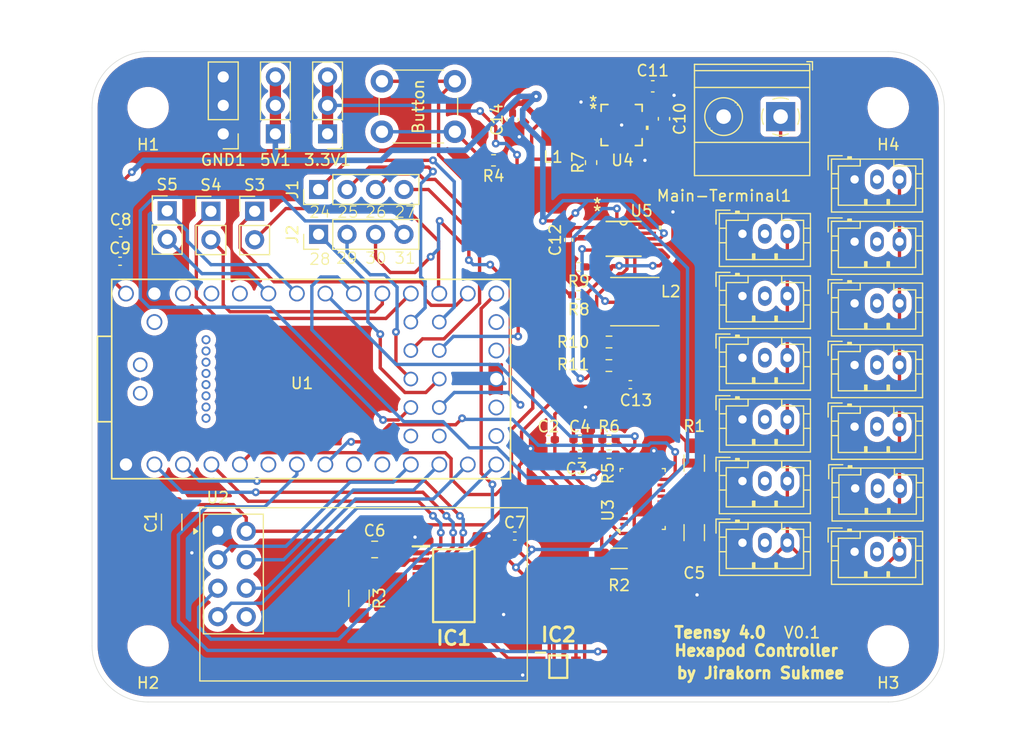
<source format=kicad_pcb>
(kicad_pcb (version 20240108) (generator "pcbnew") (generator_version "8.0")
  (layers (0 "F.Cu" signal) (1 "In1.Cu" signal "PWR") (2 "In2.Cu" signal "GND") (31 "B.Cu" signal) (34 "B.Paste" user) (35 "F.Paste" user) (36 "B.SilkS" user "B.Silkscreen") (37 "F.SilkS" user "F.Silkscreen") (38 "B.Mask" user) (39 "F.Mask" user) (44 "Edge.Cuts" user))
  (net 0 "")
  (net 1 "+3.3V")
  (net 2 "+5V")
  (net 3 "VCC")
  (net 4 "Net-(Button1-Pad2)")
  (net 5 "Net-(U3-CAP)")
  (net 7 "/servo_tx1")
  (net 9 "Net-(IC1-B2)")
  (net 13 "/servo_dir")
  (net 14 "Net-(IC1-B1)")
  (net 15 "Net-(IC1-B3)")
  (net 19 "Net-(IC1-OE)")
  (net 22 "/servo_rx1")
  (net 23 "Net-(IC2-A2)")
  (net 24 "Net-(J1-Pin_2)")
  (net 25 "Net-(J1-Pin_3)")
  (net 26 "Net-(J1-Pin_1)")
  (net 27 "Net-(J1-Pin_4)")
  (net 28 "Net-(J2-Pin_4)")
  (net 29 "Net-(J2-Pin_2)")
  (net 30 "Net-(J2-Pin_1)")
  (net 31 "Net-(J2-Pin_3)")
  (net 32 "/BNO_RESET")
  (net 33 "Net-(U3-~{BOOT_LOAD_PIN})")
  (net 34 "/SDA")
  (net 35 "/SCL")
  (net 36 "/serial_tx3")
  (net 37 "/serial_rx3")
  (net 38 "/serial_rx4")
  (net 39 "/serial_tx5")
  (net 40 "/serial_rx5")
  (net 41 "/NRF_CS")
  (net 42 "/NRF_SCK")
  (net 43 "/BNO_INT")
  (net 47 "/serial_tx4")
  (net 50 "/NRF_MOSI")
  (net 54 "/NRF_CE")
  (net 58 "/NRF_MISO")
  (net 72 "GND")
  (net 73 "/button_pin")
  (net 86 "Net-(U5-SW)")
  (net 87 "Net-(U5-LBI)")
  (net 88 "Net-(U5-PG)")
  (net 89 "Net-(U5-LBO)")
  (net 90 "Net-(U4-SS{slash}TR)")
  (net 91 "Net-(L1-Pad2)")
  (net 92 "Net-(U4-PG)")
  (footprint "TerminalBlock_Phoenix:TerminalBlock_Phoenix_MKDS-1,5-2-5.08_1x02_P5.08mm_Horizontal" (layer "F.Cu") (at 170.4 72 180)
    (property "Reference" "Main-Terminal1")
    (property "Value" "Main Terminal")
  )
  (footprint "Connector_JST:JST_PH_B3B-PH-K_1x03_P2.00mm_Vertical" (layer "F.Cu") (at 177 99.65)
    (property "Reference" "servo10" (hide yes))
    (property "Value" "Conn_01x03_Socket")
  )
  (footprint "Connector_JST:JST_PH_B3B-PH-K_1x03_P2.00mm_Vertical" (layer "F.Cu") (at 177 110.8)
    (property "Reference" "servo12" (hide yes))
    (property "Value" "Conn_01x03_Socket")
  )
  (footprint "Connector_PinHeader_2.54mm:PinHeader_1x04_P2.54mm_Vertical" (layer "F.Cu") (at 129.2 78.5 90)
    (property "Reference" "J1")
    (property "Value" "Conn_01x04_Pin")
  )
  (footprint "TXB0108PWR:SOP65P640X120-20N" (layer "F.Cu") (at 141.262 113.825)
    (property "Reference" "IC1")
    (property "Value" "TXB0108PWR" (hide yes))
  )
  (footprint "Connector_JST:JST_PH_B3B-PH-K_1x03_P2.00mm_Vertical" (layer "F.Cu") (at 177 94.15)
    (property "Reference" "servo9" (hide yes))
    (property "Value" "Conn_01x03_Socket")
  )
  (footprint "Connector_PinHeader_2.54mm:PinHeader_1x03_P2.54mm_Vertical" (layer "F.Cu") (at 120.7 73.54 180)
    (property "Reference" "GND1")
    (property "Value" "Conn_01x03_Pin")
  )
  (footprint "Capacitor_SMD:C_0402_1005Metric_Pad0.74x0.62mm_HandSolder" (layer "F.Cu") (at 159.999999 72.200002 -90)
    (property "Reference" "C10")
    (property "Value" "3.3nF / Cer")
  )
  (footprint "Capacitor_SMD:C_0402_1005Metric_Pad0.74x0.62mm_HandSolder" (layer "F.Cu") (at 151.5 83 -90)
    (property "Reference" "C12")
    (property "Value" "10uF / Cer")
  )
  (footprint "Capacitor_SMD:C_0402_1005Metric_Pad0.74x0.62mm_HandSolder" (layer "F.Cu") (at 152.5 102.1 180)
    (property "Reference" "C3")
    (property "Value" "0.0068uF / Cer")
  )
  (footprint "MountingHole:MountingHole_3.2mm_M3" (layer "F.Cu") (at 180 119.2)
    (property "Reference" "H3")
    (property "Value" "MountingHole")
  )
  (footprint "Resistor_SMD:R_0402_1005Metric_Pad0.72x0.64mm_HandSolder" (layer "F.Cu") (at 155.1 102.1 180)
    (property "Reference" "R5")
    (property "Value" "10k")
  )
  (footprint "Resistor_SMD:R_0402_1005Metric_Pad0.72x0.64mm_HandSolder" (layer "F.Cu") (at 152.4 85.4 180)
    (property "Reference" "R9")
    (property "Value" "100K / Metal Film")
  )
  (footprint "Capacitor_SMD:C_1206_3216Metric_Pad1.33x1.80mm_HandSolder" (layer "F.Cu") (at 162.7 109.1 90)
    (property "Reference" "C5")
    (property "Value" "0.1uF")
  )
  (footprint "MountingHole:MountingHole_3.2mm_M3" (layer "F.Cu") (at 180 71.2)
    (property "Reference" "H4")
    (property "Value" "MountingHole")
  )
  (footprint "Resistor_SMD:R_0603_1608Metric_Pad0.98x0.95mm_HandSolder" (layer "F.Cu") (at 155.1 92.1)
    (property "Reference" "R10")
    (property "Value" "1M / Metal Film")
  )
  (footprint "Capacitor_SMD:C_0402_1005Metric_Pad0.74x0.62mm_HandSolder" (layer "F.Cu") (at 111.55 82.36)
    (property "Reference" "C8")
    (property "Value" "0.1uF")
  )
  (footprint "Connector_PinHeader_2.54mm:PinHeader_1x02_P2.54mm_Vertical" (layer "F.Cu") (at 123.5 80.44)
    (property "Reference" "S3")
    (property "Value" "SERIAL7")
  )
  (footprint "Resistor_SMD:R_0402_1005Metric_Pad0.72x0.64mm_HandSolder" (layer "F.Cu") (at 152.4 87.9)
    (property "Reference" "R8")
    (property "Value" "130K / Metal Film")
  )
  (footprint "NC7WZ241K8X:SOP50P310X90-8N" (layer "F.Cu") (at 150.575 121.05)
    (property "Reference" "IC2")
    (property "Value" "NC7WZ241K8X" (hide yes))
  )
  (footprint "MountingHole:MountingHole_3.2mm_M3" (layer "F.Cu") (at 114 71.2)
    (property "Reference" "H1")
    (property "Value" "MountingHole")
  )
  (footprint "Connector_JST:JST_PH_B3B-PH-K_1x03_P2.00mm_Vertical" (layer "F.Cu") (at 177 83.15)
    (property "Reference" "servo7" (hide yes))
    (property "Value" "Conn_01x03_Socket")
  )
  (footprint "Connector_JST:JST_PH_B3B-PH-K_1x03_P2.00mm_Vertical" (layer "F.Cu") (at 177 77.6)
    (property "Reference" "servo6" (hide yes))
    (property "Value" "Conn_01x03_Socket")
  )
  (footprint "Connector_JST:JST_PH_B3B-PH-K_1x03_P2.00mm_Vertical" (layer "F.Cu") (at 167 104.5)
    (property "Reference" "servo5" (hide yes))
    (property "Value" "Conn_01x03_Socket")
  )
  (footprint "Capacitor_SMD:C_0805_2012Metric_Pad1.18x1.45mm_HandSolder" (layer "F.Cu") (at 134.2 110.6)
    (property "Reference" "C6")
    (property "Value" "0.1uF")
  )
  (footprint "Resistor_SMD:R_0603_1608Metric_Pad0.98x0.95mm_HandSolder" (layer "F.Cu") (at 155.0875 94.2)
    (property "Reference" "R11")
    (property "Value" "1M / Metal Film")
  )
  (footprint "footprints2:DGS10" (layer "F.Cu") (at 156.4 82.9)
    (property "Reference" "U5")
    (property "Value" "TPS62056DGSR")
  )
  (footprint "Resistor_SMD:R_1206_3216Metric_Pad1.30x1.75mm_HandSolder" (layer "F.Cu") (at 156 111.4)
    (property "Reference" "R2")
    (property "Value" "10K")
  )
  (footprint "Connector_JST:JST_PH_B3B-PH-K_1x03_P2.00mm_Vertical" (layer "F.Cu") (at 167 82.45)
    (property "Reference" "servo1" (hide yes))
    (property "Value" "Conn_01x03_Socket")
  )
  (footprint "Resistor_SMD:R_1206_3216Metric_Pad1.30x1.75mm_HandSolder" (layer "F.Cu") (at 132.8 114.95 -90)
    (property "Reference" "R3")
    (property "Value" "10K")
  )
  (footprint "Connector_PinHeader_2.54mm:PinHeader_1x03_P2.54mm_Vertical" (layer "F.Cu") (at 125.35 73.54 180)
    (property "Reference" "5V1")
    (property "Value" "Conn_01x03_Pin")
  )
  (footprint "Connector_PinHeader_2.54mm:PinHeader_1x02_P2.54mm_Vertical" (layer "F.Cu") (at 115.7 80.4)
    (property "Reference" "S5")
    (property "Value" "CAN_SERIAL3")
  )
  (footprint "teensy.pretty-master:Teensy40_SMT" (layer "F.Cu") (at 128.535 95.4)
    (property "Reference" "U1")
    (property "Value" "Teensy4.0")
  )
  (footprint "Package_LGA:LGA-28_5.2x3.8mm_P0.5mm" (layer "F.Cu") (at 158.1 106.1 90)
    (property "Reference" "U3")
    (property "Value" "BNO055")
  )
  (footprint "Capacitor_SMD:C_0402_1005Metric_Pad0.74x0.62mm_HandSolder" (layer "F.Cu") (at 158.999999 69.300002 180)
    (property "Reference" "C11")
    (property "Value" "10uF / Cer")
  )
  (footprint "Connector_JST:JST_PH_B3B-PH-K_1x03_P2.00mm_Vertical" (layer "F.Cu") (at 167 88)
    (property "Reference" "servo2" (hide yes))
    (property "Value" "Conn_01x03_Socket")
  )
  (footprint "Connector_PinHeader_2.54mm:PinHeader_1x02_P2.54mm_Vertical" (layer "F.Cu") (at 119.6 80.44)
    (property "Reference" "S4")
    (property "Value" "SERIAL8")
  )
  (footprint "Capacitor_SMD:C_1206_3216Metric_Pad1.33x1.80mm_HandSolder" (layer "F.Cu") (at 116.1 108.1625 90)
    (property "Reference" "C1")
    (property "Value" "10uF")
  )
  (footprint "Resistor_SMD:R_1206_3216Metric_Pad1.30x1.75mm_HandSolder" (layer "F.Cu") (at 162.7 102.9 -90)
    (property "Reference" "R1")
    (property "Value" "10K")
  )
  (footprint "RF_Module:nRF24L01_Breakout" (layer "F.Cu") (at 120.2105 108.975)
    (property "Reference" "U2")
    (property "Value" "NRF24")
  )
  (footprint "Button_Switch_THT:SW_PUSH_6mm" (layer "F.Cu") (at 134.85 68.85)
    (property "Reference" "Button")
    (property "Value" "Push_Button")
  )
  (footprint "MountingHole:MountingHole_3.2mm_M3" (layer "F.Cu") (at 114 119.2)
    (property "Reference" "H2")
    (property "Value" "MountingHole")
  )
  (footprint "footprints3:RGT16_1P7X1P7" (layer "F.Cu") (at 156.224998 72.750001)
    (property "Reference" "U4")
    (property "Value" "TPS62143RGTT")
  )
  (footprint "Connector_PinHeader_2.54mm:PinHeader_1x04_P2.54mm_Vertical" (layer "F.Cu") (at 129.2 82.5 90)
    (property "Reference" "J2")
    (property "Value" "Conn_01x04_Pin")
  )
  (footprint "Capacitor_SMD:C_0402_1005Metric_Pad0.74x0.62mm_HandSolder" (layer "F.Cu") (at 111.5 84.9)
    (property "Reference" "C9")
    (property "Value" "10uF")
  )
  (footprint "Resistor_SMD:R_0402_1005Metric_Pad0.72x0.64mm_HandSolder" (layer "F.Cu") (at 155.1 100.8)
    (property "Reference" "R6")
    (property "Value" "10k")
  )
  (footprint "Connector_JST:JST_PH_B3B-PH-K_1x03_P2.00mm_Vertical" (layer "F.Cu") (at 177 88.65)
    (property "Reference" "servo8" (hide yes))
    (property "Value" "Conn_01x03_Socket")
  )
  (footprint "Capacitor_SMD:C_0402_1005Metric_Pad0.74x0.62mm_HandSolder" (layer "F.Cu") (at 146.5 72.2675 -90)
    (property "Reference" "C14")
    (property "Value" "22uF / Cer")
  )
  (footprint "Connector_PinHeader_2.54mm:PinHeader_1x03_P2.54mm_Vertical" (layer "F.Cu") (at 130 73.54 180)
    (property "Reference" "3.3V1")
    (property "Value" "Conn_01x03_Pin")
  )
  (footprint "Capacitor_SMD:C_0402_1005Metric_Pad0.74x0.62mm_HandSolder" (layer "F.Cu") (at 157 95.9)
    (property "Reference" "C13")
    (property "Value" "22uF / Cer")
  )
  (footprint "Connector_JST:JST_PH_B3B-PH-K_1x03_P2.00mm_Vertical" (layer "F.Cu") (at 167 99)
    (property "Reference" "servo4" (hide yes))
    (property "Value" "Conn_01x03_Socket")
  )
  (footprint "Resistor_SMD:R_0402_1005Metric_Pad0.72x0.64mm_HandSolder" (layer "F.Cu") (at 153.5 76.1 90)
    (property "Reference" "R7")
    (property "Value" "100k / Film")
  )
  (footprint "Resistor_SMD:R_0402_1005Metric_Pad0.72x0.64mm_HandSolder" (layer "F.Cu") (at 144.8 75.9)
    (property "Reference" "R4")
    (property "Value" "10K")
  )
  (footprint "Connector_JST:JST_PH_B3B-PH-K_1x03_P2.00mm_Vertical" (layer "F.Cu") (at 167 110)
    (property "Reference" "servo11" (hide yes))
    (property "Value" "Conn_01x03_Socket")
  )
  (footprint "foorprints4:IND_SRP2512_BRN" (layer "F.Cu") (at 150.2 72.9 -90)
    (property "Reference" "L1")
    (property "Value" "2.2uH")
  )
  (footprint "Capacitor_SMD:C_0402_1005Metric_Pad0.74x0.62mm_HandSolder" (layer "F.Cu") (at 146.7 109.4 180)
    (property "Reference" "C7")
    (property "Value" "0.1uF")
  )
  (footprint "Inductor_SMD:L_Coilcraft_XxL4030" (layer "F.Cu") (at 157.4 88.5)
    (property "Reference" "L2")
    (property "Value" "10uH")
  )
  (footprint "Capacitor_SMD:C_0402_1005Metric_Pad0.74x0.62mm_HandSolder" (layer "F.Cu") (at 152.5 100.8)
    (property "Reference" "C4")
    (property "Value" "0.1uF")
  )
  (footprint "Connector_JST:JST_PH_B3B-PH-K_1x03_P2.00mm_Vertical" (layer "F.Cu") (at 167 93.5)
    (property "Reference" "servo3" (hide yes))
    (property "Value" "Conn_01x03_Socket")
  )
  (footprint "Capacitor_SMD:C_0402_1005Metric_Pad0.74x0.62mm_HandSolder" (layer "F.Cu") (at 149.7 100.8)
    (property "Reference" "C2")
    (property "Value" "0.1uF")
  )
  (footprint "Connector_JST:JST_PH_B3B-PH-K_1x03_P2.00mm_Vertical" (layer "F.Cu") (at 177.05 105.15)
    (property "Reference" "servo13" (hide yes))
    (property "Value" "Conn_01x03_Socket")
  )
  (gr_line (start 180 66.2) (end 114 66.2) (stroke (width 0.05)) (layer "Edge.Cuts"))
  (gr_line (start 185 119.2) (end 185 71.2) (stroke (width 0.05)) (layer "Edge.Cuts"))
  (gr_arc (start 114 124.2) (mid 110.464466 122.735534) (end 109 119.2) (stroke (width 0.05)) (layer "Edge.Cuts"))
  (gr_line (start 114 124.2) (end 180 124.2) (stroke (width 0.05)) (layer "Edge.Cuts"))
  (gr_arc (start 185 119.2) (mid 183.535534 122.735534) (end 180 124.2) (stroke (width 0.05)) (layer "Edge.Cuts"))
  (gr_arc (start 109 71.2) (mid 110.464466 67.664466) (end 114 66.2) (stroke (width 0.05)) (layer "Edge.Cuts"))
  (gr_line (start 109 71.2) (end 109 119.2) (stroke (width 0.05)) (layer "Edge.Cuts"))
  (gr_arc (start 180 66.2) (mid 183.535534 67.664466) (end 185 71.2) (stroke (width 0.05)) (layer "Edge.Cuts"))
  (gr_text "\nTeensy 4.0 \nHexapod Controller" (at 160.8 120.2 0) (layer "F.SilkS") (effects (font (size 1 1) (thickness 0.25) (bold yes)) (justify left bottom)))
  (gr_text "29" (at 130.7 85.2 0) (layer "F.SilkS") (effects (font (size 1 1) (thickness 0.1)) (justify left bottom)))
  (gr_text "V0.1" (at 170.6 118.6 0) (layer "F.SilkS") (effects (font (size 1 1) (thickness 0.15) (bold yes)) (justify left bottom)))
  (gr_text "31" (at 135.9 85.2 0) (layer "F.SilkS") (effects (font (size 1 1) (thickness 0.1)) (justify left bottom)))
  (gr_text "25" (at 130.8 81.1 0) (layer "F.SilkS") (effects (font (size 1 1) (thickness 0.1)) (justify left bottom)))
  (gr_text "28" (at 128.3 85.3 0) (layer "F.SilkS") (effects (font (size 1 1) (thickness 0.1)) (justify left bottom)))
  (gr_text "30" (at 133.3 85.2 0) (layer "F.SilkS") (effects (font (size 1 1) (thickness 0.1)) (justify left bottom)))
  (gr_text "24" (at 128.3 81.1 0) (layer "F.SilkS") (effects (font (size 1 1) (thickness 0.1)) (justify left bottom)))
  (gr_text "by Jirakorn Sukmee" (at 161 122.2 0) (layer "F.SilkS") (effects (font (size 1 1) (thickness 0.25) (bold yes)) (justify left bottom)))
  (gr_text "27" (at 135.9 81.1 0) (layer "F.SilkS") (effects (font (size 1 1) (thickness 0.1)) (justify left bottom)))
  (gr_text "26" (at 133.3 81.1 0) (layer "F.SilkS") (effects (font (size 1 1) (thickness 0.1)) (justify left bottom)))
  (segment (start 157.0925 96.56) (end 156.4325 95.9) (width 0.3) (layer "F.Cu") (net 1))
  (segment (start 132.6375 112) (end 132.6375 113.2375) (width 0.3) (layer "F.Cu") (net 1))
  (segment (start 162.344975 101.35) (end 157.554975 96.56) (width 0.3) (layer "F.Cu") (net 1))
  (segment (start 132.8 108.975) (end 122.7505 108.975) (width 0.3) (layer "F.Cu") (net 1))
  (segment (start 156.098 109.175) (end 157.827 109.175) (width 0.3) (layer "F.Cu") (net 1))
  (segment (start 156.0125 88.7025) (end 156.215 88.5) (width 0.3) (layer "F.Cu") (net 1))
  (segment (start 157.85 109.152) (end 157.85 108.4875) (width 0.3) (layer "F.Cu") (net 1))
  (segment (start 132.6375 113.2375) (end 132.8 113.4) (width 0.3) (layer "F.Cu") (net 1))
  (segment (start 156.4325 94.6325) (end 156 94.2) (width 0.3) (layer "F.Cu") (net 1))
  (segment (start 121.6 106.6) (end 116.1 106.6) (width 0.3) (layer "F.Cu") (net 1))
  (segment (start 137.6 108.5) (end 137.125 108.975) (width 0.3) (layer "F.Cu") (net 1))
  (segment (start 157.554975 96.56) (end 157.0925 96.56) (width 0.3) (layer "F.Cu") (net 1))
  (segment (start 133.1625 111.475) (end 132.6375 112) (width 0.3) (layer "F.Cu") (net 1))
  (segment (start 147.3 100.1) (end 150.5 96.9) (width 0.3) (layer "F.Cu") (net 1))
  (segment (start 133.1625 110.6) (end 133.1625 111.475) (width 0.3) (layer "F.Cu") (net 1))
  (segment (start 147.1 103.1) (end 147.3 102.9) (width 0.3) (layer "F.Cu") (net 1))
  (segment (start 132.6375 112) (end 136.8365 112) (width 0.3) (layer "F.Cu") (net 1))
  (segment (start 156.4325 95.9) (end 156.4325 94.6325) (width 0.3) (layer "F.Cu") (net 1))
  (segment (start 151.9325 96.37755) (end 151.9325 100.8) (width 0.3) (layer "F.Cu") (net 1))
  (segment (start 149.4 83.3) (end 146.9 80.8) (width 0.3) (layer "F.Cu") (net 1))
  (segment (start 147.9 102.3) (end 147.1 103.1) (width 0.3) (layer "F.Cu") (net 1))
  (segment (start 151.9325 100.8) (end 151.9325 102.1) (width 0.3) (layer "F.Cu") (net 1))
  (segment (start 149.4 93.6) (end 149.4 83.3) (width 0.3) (layer "F.Cu") (net 1))
  (segment (start 136.8365 112) (end 137.2865 111.55) (width 0.3) (layer "F.Cu") (net 1))
  (segment (start 154.45 108.85) (end 147.9 102.3) (width 0.3) (layer "F.Cu") (net 1))
  (segment (start 137.125 108.975) (end 132.8 108.975) (width 0.3) (layer "F.Cu") (net 1))
  (segment (start 150.2675 98.5325) (end 150.2675 100.8) (width 0.3) (layer "F.Cu") (net 1))
  (segment (start 152.26005 96.05) (end 152.7 96.05) (width 0.3) (layer "F.Cu") (net 1))
  (segment (start 130 68.46) (end 130 73.54) (width 1) (layer "F.Cu") (net 1))
  (segment (start 156.215 88.5) (end 156.1575 88.5575) (width 0.3) (layer "F.Cu") (net 1))
  (segment (start 157.827 109.175) (end 157.85 109.152) (width 0.3) (layer "F.Cu") (net 1))
  (segment (start 137.2865 111.55) (end 138.324 111.55) (width 0.3) (layer "F.Cu") (net 1))
  (segment (start 156 92.1125) (end 156.0125 92.1) (width 0.3) (layer "F.Cu") (net 1))
  (segment (start 151.1 96.8) (end 151.1 97.7) (width 0.3) (layer "F.Cu") (net 1))
  (segment (start 156.2825 96.05) (end 156.4325 95.9) (width 0.3) (layer "F.Cu") (net 1))
  (segment (start 137.7 108.4) (end 144.2 108.4) (width 0.3) (layer "F.Cu") (net 1))
  (segment (start 154.5025 100.8) (end 154.5025 102.1) (width 0.3) (layer "F.Cu") (net 1))
  (segment (start 154.45 111.4) (end 154.45 108.85) (width 0.3) (layer "F.Cu") (net 1))
  (segment (start 154.8575 88.5575) (end 154.75 88.45) (width 0.3) (layer "F.Cu") (net 1))
  (segment (start 152.26005 96.05) (end 151.9325 96.37755) (width 0.3) (layer "F.Cu") (net 1))
  (segment (start 146.9 80.8) (end 146.9 75.4) (width 0.3) (layer "F.Cu") (net 1))
  (segment (start 151.9325 104.0095) (end 155.773 107.85) (width 0.3) (layer "F.Cu") (net 1))
  (segment (start 151.85 96.05) (end 149.4 93.6) (width 0.3) (layer "F.Cu") (net 1))
  (segment (start 154.5025 100.8) (end 154.5025 97.8525) (width 0.3) (layer "F.Cu") (net 1))
  (segment (start 151.1 97.7) (end 150.2675 98.5325) (width 0.3) (layer "F.Cu") (net 1))
  (segment (start 133.1625 109.3375) (end 132.8 108.975) (width 0.3) (layer "F.Cu") (net 1))
  (segment (start 133.1625 110.6) (end 133.1625 109.3375) (width 0.3) (layer "F.Cu") (net 1))
  (segment (start 154.3045 83.900001) (end 152.800001 83.900001) (width 0.3) (layer "F.Cu") (net 1))
  (segment (start 155.773 107.85) (end 156.4375 107.85) (width 0.3) (layer "F.Cu") (net 1))
  (segment (start 137.6 108.5) (end 137.7 108.4) (width 0.3) (layer "F.Cu") (net 1))
  (segment (start 152.800001 83.900001) (end 152.7 83.8) (width 0.3) (layer "F.Cu") (net 1))
  (segment (start 151.9325 102.1) (end 151.9325 104.0095) (width 0.3) (layer "F.Cu") (net 1))
  (segment (start 152.7 96.05) (end 156.2825 96.05) (width 0.3) (layer "F.Cu") (net 1))
  (segment (start 156.1575 88.5575) (end 154.8575 88.5575) (width 0.3) (layer "F.Cu") (net 1))
  (segment (start 145 74.4) (end 145 72.9) (width 0.3) (layer "F.Cu") (net 1))
  (segment (start 144.2 108.4) (end 147.1 105.5) (width 0.3) (layer "F.Cu") (net 1))
  (segment (start 150.5 96.9) (end 150.5 94.7) (width 0.3) (layer "F.Cu") (net 1))
  (segment (start 154.75 88.45) (end 154.7 88.4) (width 0.3) (layer "F.Cu") (net 1))
  (segment (start 122.7505 107.7505) (end 121.6 106.6) (width 0.3) (layer "F.Cu") (net 1))
  (segment (start 122.7505 108.975) (end 122.7505 107.7505) (width 0.3) (layer "F.Cu") (net 1))
  (segment (start 154.5025 97.8525) (end 152.7 96.05) (width 0.3) (layer "F.Cu") (net 1))
  (segment (start 150.2675 103.3445) (end 156.098 109.175) (width 0.3) (layer "F.Cu") (net 1))
  (segment (start 151.85 96.05) (end 151.1 96.8) (width 0.3) (layer "F.Cu") (net 1))
  (segment (start 156.0125 92.1) (end 156.0125 88.7025) (width 0.3) (layer "F.Cu") (net 1))
  (segment (start 151.85 96.05) (end 152.26005 96.05) (width 0.3) (layer "F.Cu") (net 1))
  (segment (start 156 94.2) (end 156 92.1125) (width 0.3) (layer "F.Cu") (net 1))
  (segment (start 147.1 105.5) (end 147.1 103.1) (width 0.3) (layer "F.Cu") (net 1))
  (segment (start 150.2675 100.8) (end 150.2675 103.3445) (width 0.3) (layer "F.Cu") (net 1))
  (segment (start 147.3 102.9) (end 147.3 100.1) (width 0.3) (layer "F.Cu") (net 1))
  (segment (start 145 72.9) (end 143.6 71.5) (width 0.3) (layer "F.Cu") (net 1))
  (segment (start 163.1 101.35) (end 162.344975 101.35) (width 0.3) (layer "F.Cu") (net 1))
  (via (at 152.7 83.8) (size 0.7) (drill 0.3) (layers "F.Cu" "B.Cu") (net 1))
  (via (at 154.75 88.45) (size 0.7) (drill 0.3) (layers "F.Cu" "B.Cu") (net 1))
  (via (at 145 74.4) (size 0.7) (drill 0.3) (layers "F.Cu" "B.Cu") (net 1))
  (via (at 143.6 71.5) (size 0.7) (drill 0.3) (layers "F.Cu" "B.Cu") (net 1))
  (via (at 146.9 75.4) (size 0.7) (drill 0.3) (layers "F.Cu" "B.Cu") (net 1))
  (segment (start 137.6 71) (end 130 71) (width 0.3) (layer "B.Cu") (net 1))
  (segment (start 146.9 75.4) (end 145.9 74.4) (width 0.3) (layer "B.Cu") (net 1))
  (segment (start 152.7 86.4) (end 154.75 88.45) (width 0.3) (layer "B.Cu") (net 1))
  (segment (start 138.1 71.5) (end 137.6 71) (width 0.3) (layer "B.Cu") (net 1))
  (segment (start 145.9 74.4) (end 145 74.4) (width 0.3) (layer "B.Cu") (net 1))
  (segment (start 152.7 83.8) (end 152.7 86.4) (width 0.3) (layer "B.Cu") (net 1))
  (segment (start 143.6 71.5) (end 138.1 71.5) (width 0.3) (layer "B.Cu") (net 1))
  (segment (start 159.622601 82.9) (end 160 82.522601) (width 0.3) (layer "F.Cu") (net 2))
  (segment (start 148.2 73.2729) (end 149.5254 71.9475) (width 0.3) (layer "F.Cu") (net 2))
  (segment (start 151.5 81.2) (end 152.1 80.6) (width 0.3) (layer "F.Cu") (net 2))
  (segment (start 156.1 69.6) (end 151 69.6) (width 0.3) (layer "F.Cu") (net 2))
  (segment (start 152.15 117.55) (end 146.8 112.2) (width 0.3) (layer "F.Cu") (net 2))
  (segment (start 148.5475 71.9475) (end 150.2 71.9475) (width 0.5) (layer "F.Cu") (net 2))
  (segment (start 146.5 71.7) (end 146.5 71.2) (width 0.5) (layer "F.Cu") (net 2))
  (segment (start 110.9325 78.5675) (end 112.55 76.95) (width 0.3) (layer "F.Cu") (net 2))
  (segment (start 110.9325 86.6875) (end 112.025 87.78) (width 0.3) (layer "F.Cu") (net 2))
  (segment (start 112.55 76.95) (end 112.6 76.9) (width 0.3) (layer "F.Cu") (net 2))
  (segment (start 146.9 70.8) (end 147.4 70.8) (width 0.5) (layer "F.Cu") (net 2))
  (segment (start 147.4 70.8) (end 148 70.2) (width 0.5) (layer "F.Cu") (net 2))
  (segment (start 156.475061 71.275) (end 156.475061 69.975061) (width 0.3) (layer "F.Cu") (net 2))
  (segment (start 152.032501 81.899999) (end 154.3045 81.899999) (width 0.3) (layer "F.Cu") (net 2))
  (segment (start 151.6025 87.9) (end 150.4 86.6975) (width 0.3) (layer "F.Cu") (net 2))
  (segment (start 147.2675 109.6675) (end 148.2 110.6) (width 0.3) (layer "F.Cu") (net 2))
  (segment (start 149.5254 71.9475) (end 150.2 71.9475) (width 0.3) (layer "F.Cu") (net 2))
  (segment (start 151.8025 87.9) (end 151.6025 87.9) (width 0.3) (layer "F.Cu") (net 2))
  (segment (start 151 69.6) (end 150.2 70.4) (width 0.3) (layer "F.Cu") (net 2))
  (segment (start 146.15 111.55) (end 146.8 112.2) (width 0.3) (layer "F.Cu") (net 2))
  (segment (start 148 70.2) (end 148.6 70.2) (width 0.5) (layer "F.Cu") (net 2))
  (segment (start 148.2 75.7) (end 148.2 73.2729) (width 0.3) (layer "F.Cu") (net 2))
  (segment (start 110.9325 82.41) (end 110.9825 82.36) (width 0.3) (layer "F.Cu") (net 2))
  (segment (start 146.5 71.2) (end 146.9 70.8) (width 0.5) (layer "F.Cu") (net 2))
  (segment (start 148.3 75.8) (end 148.2 75.7) (width 0.3) (layer "F.Cu") (net 2))
  (segment (start 110.9325 84.9) (end 110.9325 78.5675) (width 0.3) (layer "F.Cu") (net 2))
  (segment (start 110.9325 84.9) (end 110.9325 86.6875) (width 0.3) (layer "F.Cu") (net 2))
  (segment (start 156.475061 69.975061) (end 156.1 69.6) (width 0.3) (layer "F.Cu") (net 2))
  (segment (start 150.2 70.4) (end 150.2 71.9475) (width 0.3) (layer "F.Cu") (net 2))
  (segment (start 110.9325 84.9) (end 110.9325 82.41) (width 0.3) (layer "F.Cu") (net 2))
  (segment (start 160 82.522601) (end 160 82.4) (width 0.3) (layer "F.Cu") (net 2))
  (segment (start 152.15 120.3) (end 152.15 117.55) (width 0.3) (layer "F.Cu") (net 2))
  (segment (start 158.4955 82.9) (end 159.622601 82.9) (width 0.3) (layer "F.Cu") (net 2))
  (segment (start 152.6025 75.8) (end 148.3 75.8) (width 0.3) (layer "F.Cu") (net 2))
  (segment (start 151.5 82.4325) (end 151.5 81.3) (width 0.3) (layer "F.Cu") (net 2))
  (segment (start 151.5 81.3) (end 150.4 81.3) (width 0.3) (layer "F.Cu") (net 2))
  (segment (start 151.5 82.4325) (end 152.032501 81.899999) (width 0.3) (layer "F.Cu") (net 2))
  (segment (start 125.35 68.46) (end 125.35 73.54) (width 1) (layer "F.Cu") (net 2))
  (segment (start 147.2675 109.4) (end 147.2675 109.6675) (width 0.3) (layer "F.Cu") (net 2))
  (segment (start 147.4 70.8) (end 148.5475 71.9475) (width 0.5) (layer "F.Cu") (net 2))
  (segment (start 150.4 81.3) (end 149.2 81.3) (width 0.3) (layer "F.Cu") (net 2))
  (segment (start 151.5 82.4325) (end 151.5 81.2) (width 0.3) (layer "F.Cu") (net 2))
  (segment (start 150.2 71.9475) (end 150.2 71.8) (width 0.3) (layer "F.Cu") (net 2))
  (segment (start 153.5 76.6975) (end 152.6025 75.8) (width 0.3) (layer "F.Cu") (net 2))
  (segment (start 150.4 86.6975) (end 150.4 81.3) (width 0.3) (layer "F.Cu") (net 2))
  (segment (start 144.2 111.55) (end 146.15 111.55) (width 0.3) (layer "F.Cu") (net 2))
  (via (at 146.8 112.2) (size 0.7) (drill 0.3) (layers "F.Cu" "B.Cu") (net 2))
  (via (at 152.1 80.6) (size 0.7) (drill 0.3) (layers "F.Cu" "B.Cu") (net 2))
  (via (at 148.2 110.6) (size 0.7) (drill 0.3) (layers "F.Cu" "B.Cu") (net 2))
  (via (at 149.2 81.3) (size 0.7) (drill 0.3) (layers "F.Cu" "B.Cu") (net 2))
  (via (at 160 82.4) (size 0.7) (drill 0.3) (layers "F.Cu" "B.Cu") (net 2))
  (via (at 112.55 76.95) (size 0.7) (drill 0.3) (layers "F.Cu" "B.Cu") (net 2))
  (via (at 148.6 70.2) (size 1) (drill 0.3) (layers "F.Cu" "B.Cu") (net 2))
  (segment (start 148.2 110.8) (end 146.8 112.2) (width 0.3) (layer "B.Cu") (net 2))
  (segment (start 149.2 74.3) (end 147.4 72.5) (width 0.5) (layer "B.Cu") (net 2))
  (segment (start 162.1 85.51005) (end 162.1 102.8) (width 0.3) (layer "B.Cu") (net 2))
  (segment (start 154.3 110.6) (end 148.2 110.6) (width 0.3) (layer "B.Cu") (net 2))
  (segment (start 149.2 81.3) (end 151 79.5) (width 0.3) (layer "B.Cu") (net 2))
  (segment (start 134.8 75.9) (end 135.7 75) (width 0.5) (layer "B.Cu") (net 2))
  (segment (start 113.6 75.9) (end 112.55 76.95) (width 0.5) (layer "B.Cu") (net 2))
  (segment (start 151 79.5) (end 156.08995 79.5) (width 0.3) (layer "B.Cu") (net 2))
  (segment (start 162.1 102.8) (end 154.3 110.6) (width 0.3) (layer "B.Cu") (net 2))
  (segment (start 149.2 81.3) (end 149.2 74.3) (width 0.5) (layer "B.Cu") (net 2))
  (segment (start 148.2 110.6) (end 148.2 110.8) (width 0.3) (layer "B.Cu") (net 2))
  (segment (start 125.3 75.5) (end 125.35 75.45) (width 0.5) (layer "B.Cu") (net 2))
  (segment (start 147.4 72.5) (end 147.4 71.4) (width 0.5) (layer "B.Cu") (net 2))
  (segment (start 125.3 75.5) (end 125.3 75.9) (width 0.5) (layer "B.Cu") (net 2))
  (segment (start 147.1 70.2) (end 148.6 70.2) (width 0.5) (layer "B.Cu") (net 2))
  (segment (start 153.2 79.5) (end 152.1 80.6) (width 0.3) (layer "B.Cu") (net 2))
  (segment (start 156.08995 79.5) (end 162.1 85.51005) (width 0.3) (layer "B.Cu") (net 2))
  (segment (start 147.4 71.4) (end 148.6 70.2) (width 0.5) (layer "B.Cu") (net 2))
  (segment (start 125.35 75.45) (end 125.35 73.54) (width 0.5) (layer "B.Cu") (net 2))
  (segment (start 135.7 75) (end 142.3 75) (width 0.5) (layer "B.Cu") (net 2))
  (segment (start 142.3 75) (end 147.1 70.2) (width 0.5) (layer "B.Cu") (net 2))
  (segment (start 160 82.4) (end 157.1 79.5) (width 0.3) (layer "B.Cu") (net 2))
  (segment (start 125.3 75.9) (end 113.6 75.9) (width 0.5) (layer "B.Cu") (net 2))
  (segment (start 157.1 79.5) (end 153.2 79.5) (width 0.3) (layer "B.Cu") (net 2))
  (segment (start 125.3 75.9) (end 134.8 75.9) (width 0.5) (layer "B.Cu") (net 2))
  (segment (start 164.2 76.1) (end 161.8 73.7) (width 0.3) (layer "F.Cu") (net 3))
  (segment (start 158.699999 72.300002) (end 158.699999 71.800002) (width 0.3) (layer "F.Cu") (net 3))
  (segment (start 158.5 72.500001) (end 158.699999 72.300002) (width 0.3) (layer "F.Cu") (net 3))
  (segment (start 169.5 76.1) (end 164.2 76.1) (width 0.3) (layer "F.Cu") (net 3))
  (segment (start 158.199999 70.300002) (end 156.975187 70.300002) (width 0.3) (layer "F.Cu") (net 3))
  (segment (start 161.8 73.7) (end 161.8 67.8) (width 0.3) (layer "F.Cu") (net 3))
  (segment (start 157.699999 72) (end 158.500001 72) (width 0.3) (layer "F.Cu") (net 3))
  (segment (start 158.5 73.000001) (end 158.699999 72.800002) (width 0.3) (layer "F.Cu") (net 3))
  (segment (start 157.975187 69.300002) (end 158.432499 69.300002) (width 0.3) (layer "F.Cu") (net 3))
  (segment (start 156.975187 70.300002) (end 157.975187 69.300002) (width 0.3) (layer "F.Cu") (net 3))
  (segment (start 158.699999 71.800002) (end 158.699999 70.800002) (width 0.3) (layer "F.Cu") (net 3))
  (segment (start 158.500001 72) (end 158.699999 71.800002) (width 0.3) (layer "F.Cu") (net 3))
  (segment (start 170.4 72) (end 170.4 75.2) (width 0.3) (layer "F.Cu") (net 3))
  (segment (start 158.8 67.8) (end 158.432499 68.167501) (width 0.3) (layer "F.Cu") (net 3))
  (segment (start 158.699999 72.800002) (end 158.699999 72.300002) (width 0.3) (layer "F.Cu") (net 3))
  (segment (start 157.699999 73.000001) (end 158.5 73.000001) (width 0.3) (layer "F.Cu") (net 3))
  (segment (start 156.975187 70.300002) (end 156.975187 71.275) (width 0.3) (layer "F.Cu") (net 3))
  (segment (start 157.699999 72.500001) (end 158.5 72.500001) (width 0.3) (layer "F.Cu") (net 3))
  (segment (start 170.4 75.2) (end 169.5 76.1) (width 0.3) (layer "F.Cu") (net 3))
  (segment (start 158.432499 68.167501) (end 158.432499 69.300002) (width 0.3) (layer "F.Cu") (net 3))
  (segment (start 161.8 67.8) (end 158.8 67.8) (width 0.3) (layer "F.Cu") (net 3))
  (segment (start 158.699999 70.800002) (end 158.199999 70.300002) (width 0.3) (layer "F.Cu") (net 3))
  (segment (start 141.35 73.35) (end 143.9 75.9) (width 0.3) (layer "F.Cu") (net 4))
  (segment (start 143.9 75.9) (end 144.2025 75.9) (width 0.3) (layer "F.Cu") (net 4))
  (segment (start 141.35 73.35) (end 134.85 73.35) (width 0.3) (layer "B.Cu") (net 4))
  (segment (start 163.1 107.5375) (end 162.4125 106.85) (width 0.3) (layer "F.Cu") (net 5))
  (segment (start 162.4125 106.85) (end 159.7625 106.85) (width 0.3) (layer "F.Cu") (net 5))
  (segment (start 141.8 107.6) (end 138.7 104.5) (width 0.3) (layer "F.Cu") (net 7))
  (segment (start 123.7 104.5) (end 123.6 104.5) (width 0.3) (layer "F.Cu") (net 7))
  (segment (start 142 109.2) (end 142 110.3) (width 0.3) (layer "F.Cu") (net 7))
  (segment (start 139.45 112.85) (end 138.324 112.85) (width 0.3) (layer "F.Cu") (net 7))
  (segment (start 142.1 109.1) (end 142 109.2) (width 0.3) (layer "F.Cu") (net 7))
  (segment (start 138.7 104.5) (end 123.7 104.5) (width 0.3) (layer "F.Cu") (net 7))
  (segment (start 142 110.3) (end 139.45 112.85) (width 0.3) (layer "F.Cu") (net 7))
  (via (at 141.8 107.6) (size 0.7) (drill 0.3) (layers "F.Cu" "B.Cu") (net 7))
  (via (at 123.7 104.5) (size 0.7) (drill 0.3) (layers "F.Cu" "B.Cu") (net 7))
  (via (at 142.1 109.1) (size 0.7) (drill 0.3) (layers "F.Cu" "B.Cu") (net 7))
  (segment (start 142.1 107.9) (end 141.8 107.6) (width 0.3) (layer "B.Cu") (net 7))
  (segment (start 118.585 104.5) (end 117.105 103.02) (width 0.3) (layer "B.Cu") (net 7))
  (segment (start 123.7 104.5) (end 118.585 104.5) (width 0.3) (layer "B.Cu") (net 7))
  (segment (start 142.1 109.1) (end 142.1 107.9) (width 0.3) (layer "B.Cu") (net 7))
  (segment (start 144.2 112.2) (end 145.2375 112.2) (width 0.3) (layer "F.Cu") (net 9))
  (segment (start 150.075 121.3) (end 149 121.3) (width 0.3) (layer "F.Cu") (net 9))
  (segment (start 145.2375 112.2) (end 150.202 117.1645) (width 0.3) (layer "F.Cu") (net 9))
  (segment (start 150.202 121.173) (end 150.075 121.3) (width 0.3) (layer "F.Cu") (net 9))
  (segment (start 150.202 117.1645) (end 150.202 121.173) (width 0.3) (layer "F.Cu") (net 9))
  (segment (start 139.4 107.6) (end 138.1 106.3) (width 0.3) (layer "F.Cu") (net 13))
  (segment (start 140.1 109.1) (end 140.1 110.3) (width 0.3) (layer "F.Cu") (net 13))
  (segment (start 139.5 110.9) (end 138.324 110.9) (width 0.3) (layer "F.Cu") (net 13))
  (segment (start 140.1 110.3) (end 139.5 110.9) (width 0.3) (layer "F.Cu") (net 13))
  (segment (start 138.1 106.3) (end 122.925 106.3) (width 0.3) (layer "F.Cu") (net 13))
  (segment (start 122.925 106.3) (end 119.645 103.02) (width 0.3) (layer "F.Cu") (net 13))
  (segment (start 119.645 103.5325) (end 119.645 103.02) (width 0.3) (layer "F.Cu") (net 13))
  (via (at 140.1 109.1) (size 0.7) (drill 0.3) (layers "F.Cu" "B.Cu") (net 13))
  (via (at 139.4 107.6) (size 0.7) (drill 0.3) (layers "F.Cu" "B.Cu") (net 13))
  (segment (start 140.1 108.3) (end 139.4 107.6) (width 0.3) (layer "B.Cu") (net 13))
  (segment (start 140.1 109.1) (end 140.1 108.3) (width 0.3) (layer "B.Cu") (net 13))
  (segment (start 147.2 110.9) (end 152.925 116.625) (width 0.3) (layer "F.Cu") (net 14))
  (segment (start 142.6 111.4875) (end 142.6 116.8125) (width 0.3) (layer "F.Cu") (net 14))
  (segment (start 144.2 110.9) (end 147.2 110.9) (width 0.3) (layer "F.Cu") (net 14))
  (segment (start 142.6 116.8125) (end 146.0875 120.3) (width 0.3) (layer "F.Cu") (net 14))
  (segment (start 152.9 120.8) (end 152.15 120.8) (width 0.3) (layer "F.Cu") (net 14))
  (segment (start 143.1875 110.9) (end 142.6 111.4875) (width 0.3) (layer "F.Cu") (net 14))
  (segment (start 144.2 110.9) (end 143.1875 110.9) (width 0.3) (layer "F.Cu") (net 14))
  (segment (start 152.925 116.625) (end 152.925 120.775) (width 0.3) (layer "F.Cu") (net 14))
  (segment (start 152.925 120.775) (end 152.9 120.8) (width 0.3) (layer "F.Cu") (net 14))
  (segment (start 146.0875 120.3) (end 149 120.3) (width 0.3) (layer "F.Cu") (net 14))
  (segment (start 149.725 120.8) (end 149 120.8) (width 0.3) (layer "F.Cu") (net 15))
  (segment (start 149.775 120.75) (end 149.725 120.8) (width 0.3) (layer "F.Cu") (net 15))
  (segment (start 145.2375 112.85) (end 149.775 117.3875) (width 0.3) (layer "F.Cu") (net 15))
  (segment (start 149.775 117.3875) (end 149.775 120.75) (width 0.3) (layer "F.Cu") (net 15))
  (segment (start 144.2 112.85) (end 145.2375 112.85) (width 0.3) (layer "F.Cu") (net 15))
  (segment (start 138.2715 116.6975) (end 138.324 116.75) (width 0.3) (layer "F.Cu") (net 19))
  (segment (start 132.8 116.5) (end 133.05 116.75) (width 0.3) (layer "F.Cu") (net 19))
  (segment (start 133.05 116.75) (end 138.324 116.75) (width 0.3) (layer "F.Cu") (net 19))
  (segment (start 138.324 112.2) (end 139.3365 112.2) (width 0.3) (layer "F.Cu") (net 22))
  (segment (start 138.5 105.5) (end 123.6 105.5) (width 0.3) (layer "F.Cu") (net 22))
  (segment (start 140.6 107.6) (end 138.5 105.5) (width 0.3) (layer "F.Cu") (net 22))
  (segment (start 141.2 110.3365) (end 141.2 109.1) (width 0.3) (layer "F.Cu") (net 22))
  (segment (start 139.3365 112.2) (end 141.2 110.3365) (width 0.3) (layer "F.Cu") (net 22))
  (via (at 141.2 109.1) (size 0.7) (drill 0.3) (layers "F.Cu" "B.Cu") (net 22))
  (via (at 140.6 107.6) (size 0.7) (drill 0.3) (layers "F.Cu" "B.Cu") (net 22))
  (via (at 123.6 105.5) (size 0.7) (drill 0.3) (layers "F.Cu" "B.Cu") (net 22))
  (segment (start 141.2 108.2) (end 140.6 107.6) (width 0.3) (layer "B.Cu") (net 22))
  (segment (start 123.6 105.5) (end 117.045 105.5) (width 0.3) (layer "B.Cu") (net 22))
  (segment (start 141.2 109.1) (end 141.2 108.2) (width 0.3) (layer "B.Cu") (net 22))
  (segment (start 117.045 105.5) (end 114.565 103.02) (width 0.3) (layer "B.Cu") (net 22))
  (segment (start 171 110) (end 173.025 112.025) (width 0.3) (layer "F.Cu") (net 23))
  (segment (start 177.2 114.6) (end 181 110.8) (width 0.3) (layer "F.Cu") (net 23))
  (segment (start 152.15 121.8) (end 153.6 121.8) (width 0.3) (layer "F.Cu") (net 23))
  (segment (start 171 110) (end 171 82.45) (width 0.3) (layer "F.Cu") (net 23))
  (segment (start 173.025 112.025) (end 173.025 112.925) (width 0.3) (layer "F.Cu") (net 23))
  (segment (start 159.7 121.3) (end 171 110) (width 0.3) (layer "F.Cu") (net 23))
  (segment (start 173.025 112.925) (end 174.7 114.6) (width 0.3) (layer "F.Cu") (net 23))
  (segment (start 152.15 121.3) (end 154.1 121.3) (width 0.3) (layer "F.Cu") (net 23))
  (segment (start 153.6 121.8) (end 154.1 121.3) (width 0.3) (layer "F.Cu") (net 23))
  (segment (start 181 110.8) (end 181 77.6) (width 0.3) (layer "F.Cu") (net 23))
  (segment (start 154.1 121.3) (end 159.7 121.3) (width 0.3) (layer "F.Cu") (net 23))
  (segment (start 174.7 114.6) (end 177.2 114.6) (width 0.3) (layer "F.Cu") (net 23))
  (segment (start 133.74 76.5) (end 131.74 78.5) (width 0.3) (layer "F.Cu") (net 24))
  (segment (start 139 76.5) (end 133.74 76.5) (width 0.3) (layer "F.Cu") (net 24))
  (segment (start 139.4 76.9) (end 139 76.5) (width 0.3) (layer "F.Cu") (net 24))
  (via (at 139.4 76.9) (size 0.7) (drill 0.3) (layers "F.Cu" "B.Cu") (net 24))
  (segment (start 138.7 86.7) (end 138.3 86.3) (width 0.3) (layer "B.Cu") (net 24))
  (segment (start 138.3 78) (end 139.4 76.9) (width 0.3) (layer "B.Cu") (net 24))
  (segment (start 138.7 89.045) (end 138.7 86.7) (width 0.3) (layer "B.Cu") (net 24))
  (segment (start 137.425 90.32) (end 138.7 89.045) (width 0.3) (layer "B.Cu") (net 24))
  (segment (start 138.3 86.3) (end 138.3 78) (width 0.3) (layer "B.Cu") (net 24))
  (segment (start 138.6 77.6) (end 139.6 77.6) (width 0.3) (layer "F.Cu") (net 25))
  (segment (start 139.6 77.6) (end 147 85) (width 0.3) (layer "F.Cu") (net 25))
  (segment (start 135.653 77.127) (end 138.127 77.127) (width 0.3) (layer "F.Cu") (net 25))
  (segment (start 138.127 77.127) (end 138.6 77.6) (width 0.3) (layer "F.Cu") (net 25))
  (segment (start 134.28 78.5) (end 135.653 77.127) (width 0.3) (layer "F.Cu") (net 25))
  (segment (start 147 85) (end 147 91.6) (width 0.3) (layer "F.Cu") (net 25))
  (via (at 147 91.6) (size 0.7) (drill 0.3) (layers "F.Cu" "B.Cu") (net 25))
  (segment (start 147 91.6) (end 141.225 91.6) (width 0.3) (layer "B.Cu") (net 25))
  (segment (start 141.225 91.6) (end 139.965 92.86) (width 0.3) (layer "B.Cu") (net 25))
  (segment (start 139.4 75.9) (end 131.8 75.9) (width 0.3) (layer "F.Cu") (net 26))
  (segment (start 131.8 75.9) (end 129.2 78.5) (width 0.3) (layer "F.Cu") (net 26))
  (via (at 139.4 75.9) (size 0.7) (drill 0.3) (layers "F.Cu" "B.Cu") (net 26))
  (segment (start 141.3 77.8) (end 141.3 88.985) (width 0.3) (layer "B.Cu") (net 26))
  (segment (start 141.3 88.985) (end 139.965 90.32) (width 0.3) (layer "B.Cu") (net 26))
  (segment (start 139.4 75.9) (end 141.3 77.8) (width 0.3) (layer "B.Cu") (net 26))
  (segment (start 140.380042 91.819958) (end 138.465042 91.819958) (width 0.3) (layer "F.Cu") (net 27))
  (segment (start 143.557 83.057) (end 143.557 88.643) (width 0.3) (layer "F.Cu") (net 27))
  (segment (start 139 78.5) (end 143.557 83.057) (width 0.3) (layer "F.Cu") (net 27))
  (segment (start 139 78.5) (end 136.82 78.5) (width 0.3) (layer "F.Cu") (net 27))
  (segment (start 138.465042 91.819958) (end 137.425 92.86) (width 0.3) (layer "F.Cu") (net 27))
  (segment (start 143.557 88.643) (end 140.380042 91.819958) (width 0.3) (layer "F.Cu") (net 27))
  (segment (start 136.315 99.05) (end 137.425 97.94) (width 0.3) (layer "F.Cu") (net 28))
  (segment (start 134.95 99.05) (end 136.315 99.05) (width 0.3) (layer "F.Cu") (net 28))
  (via (at 134.95 99.05) (size 0.7) (drill 0.3) (layers "F.Cu" "B.Cu") (net 28))
  (segment (start 114.5 79.2) (end 113.3 80.4) (width 0.3) (layer "B.Cu") (net 28))
  (segment (start 113.3 88.2) (end 114.1 89) (width 0.3) (layer "B.Cu") (net 28))
  (segment (start 113.3 80.4) (end 113.3 88.2) (width 0.3) (layer "B.Cu") (net 28))
  (segment (start 124.9 89) (end 134.95 99.05) (width 0.3) (layer "B.Cu") (net 28))
  (segment (start 136.82 82.5) (end 135.62 81.3) (width 0.3) (layer "B.Cu") (net 28))
  (segment (start 128 81.3) (end 125.9 79.2) (width 0.3) (layer "B.Cu") (net 28))
  (segment (start 114.1 89) (end 124.9 89) (width 0.3) (layer "B.Cu") (net 28))
  (segment (start 125.9 79.2) (end 114.5 79.2) (width 0.3) (layer "B.Cu") (net 28))
  (segment (start 134.95 99.05) (end 135 99.1) (width 0.3) (layer "B.Cu") (net 28))
  (segment (start 135.62 81.3) (end 128 81.3) (width 0.3) (layer "B.Cu") (net 28))
  (segment (start 136.1 91.2) (end 136.1 94.075) (width 0.3) (layer "F.Cu") (net 29))
  (segment (start 136.1 94.075) (end 137.425 95.4) (width 0.3) (layer "F.Cu") (net 29))
  (via (at 136.1 91.2) (size 0.7) (drill 0.3) (layers "F.Cu" "B.Cu") (net 29))
  (segment (start 135.1 86.1) (end 133.8 86.1) (width 0.3) (layer "B.Cu") (net 29))
  (segment (start 131.74 84.04) (end 131.74 82.5) (width 0.3) (layer "B.Cu") (net 29))
  (segment (start 136.1 91.2) (end 136.2 91.1) (width 0.3) (layer "B.Cu") (net 29))
  (segment (start 136.2 91.1) (end 136.2 87.2) (width 0.3) (layer "B.Cu") (net 29))
  (segment (start 133.8 86.1) (end 131.74 84.04) (width 0.3) (layer "B.Cu") (net 29))
  (segment (start 136.2 87.2) (end 135.1 86.1) (width 0.3) (layer "B.Cu") (net 29))
  (segment (start 138.765 96.6) (end 136.9 96.6) (width 0.3) (layer "F.Cu") (net 30))
  (segment (start 139.965 95.4) (end 138.765 96.6) (width 0.3) (layer "F.Cu") (net 30))
  (segment (start 136.9 96.6) (end 134.7 94.4) (width 0.3) (layer "F.Cu") (net 30))
  (segment (start 134.7 94.4) (end 134.7 91.4) (width 0.3) (layer "F.Cu") (net 30))
  (via (at 134.7 91.4) (size 0.7) (drill 0.3) (layers "F.Cu" "B.Cu") (net 30))
  (segment (start 133.6 90.3) (end 133.6 86.9) (width 0.3) (layer "B.Cu") (net 30))
  (segment (start 133.6 86.9) (end 129.2 82.5) (width 0.3) (layer "B.Cu") (net 30))
  (segment (start 134.7 91.4) (end 133.6 90.3) (width 0.3) (layer "B.Cu") (net 30))
  (segment (start 142.6 84.8) (end 142.6 83.9) (width 0.3) (layer "F.Cu") (net 31))
  (segment (start 137.8 85.9) (end 135.6 85.9) (width 0.3) (layer "F.Cu") (net 31))
  (segment (start 146.3 96.8) (end 146.3 87) (width 0.3) (layer "F.Cu") (net 31))
  (segment (start 142.6 83.9) (end 140 81.3) (width 0.3) (layer "F.Cu") (net 31))
  (segment (start 134.28 84.58) (end 134.28 82.5) (width 0.3) (layer "F.Cu") (net 31))
  (segment (start 139.2 84.5) (end 137.8 85.9) (width 0.3) (layer "F.Cu") (net 31))
  (segment (start 146.3 87) (end 144.5 85.2) (width 0.3) (layer "F.Cu") (net 31))
  (segment (start 147.2 97.7) (end 146.3 96.8) (width 0.3) (layer "F.Cu") (net 31))
  (segment (start 135.6 85.9) (end 134.28 84.58) (width 0.3) (layer "F.Cu") (net 31))
  (via (at 144.5 85.2) (size 0.7) (drill 0.3) (layers "F.Cu" "B.Cu") (net 31))
  (via (at 140 81.3) (size 0.7) (drill 0.3) (layers "F.Cu" "B.Cu") (net 31))
  (via (at 147.2 97.7) (size 0.7) (drill 0.3) (layers "F.Cu" "B.Cu") (net 31))
  (via (at 142.6 84.8) (size 0.7) (drill 0.3) (layers "F.Cu" "B.Cu") (net 31))
  (via (at 139.2 84.5) (size 0.7) (drill 0.3) (layers "F.Cu" "B.Cu") (net 31))
  (segment (start 144.5 85.2) (end 143 85.2) (width 0.3) (layer "B.Cu") (net 31))
  (segment (start 141.305 96.6) (end 146.1 96.6) (width 0.3) (layer "B.Cu") (net 31))
  (segment (start 146.1 96.6) (end 147.2 97.7) (width 0.3) (layer "B.Cu") (net 31))
  (segment (start 139.9 81.4) (end 139.9 83.8) (width 0.3) (layer "B.Cu") (net 31))
  (segment (start 139.9 83.8) (end 139.2 84.5) (width 0.3) (layer "B.Cu") (net 31))
  (segment (start 143 85.2) (end 142.6 84.8) (width 0.3) (layer "B.Cu") (net 31))
  (segment (start 139.965 97.94) (end 141.305 96.6) (width 0.3) (layer "B.Cu") (net 31))
  (segment (start 140 81.3) (end 139.9 81.4) (width 0.3) (layer "B.Cu") (net 31))
  (segment (start 161.7 105.45) (end 162.7 104.45) (width 0.3) (layer "F.Cu") (net 32))
  (segment (start 159.6 119.7) (end 165.1 114.2) (width 0.3) (layer "F.Cu") (net 32))
  (segment (start 161.7 105.85) (end 159.7625 105.85) (width 0.3) (layer "F.Cu") (net 32))
  (segment (start 154.1 119.7) (end 159.6 119.7) (width 0.3) (layer "F.Cu") (net 32))
  (segment (start 165.1 114.2) (end 165.1 106.45) (width 0.3) (layer "F.Cu") (net 32))
  (segment (start 162.7 104.45) (end 164.7 106.45) (width 0.3) (layer "F.Cu") (net 32))
  (segment (start 161.7 105.85) (end 161.7 105.45) (width 0.3) (layer "F.Cu") (net 32))
  (segment (start 163.0025 104.8975) (end 162.2 104.8975) (width 0.3) (layer "F.Cu") (net 32))
  (segment (start 164.7 106.45) (end 165.1 106.45) (width 0.3) (layer "F.Cu") (net 32))
  (via (at 154.1 119.7) (size 0.7) (drill 0.3) (layers "F.Cu" "B.Cu") (net 32))
  (segment (start 127.265 103.935) (end 127.265 103.02) (width 0.3) (layer "B.Cu") (net 32))
  (segment (start 119.3 119.6) (end 116.7 117) (width 0.3) (layer "B.Cu") (net 32))
  (segment (start 145.8 119.7) (end 145.7 119.6) (width 0.3) (layer "B.Cu") (net 32))
  (segment (start 154.1 119.7) (end 145.8 119.7) (width 0.3) (layer "B.Cu") (net 32))
  (segment (start 145.7 119.6) (end 119.3 119.6) (width 0.3) (layer "B.Cu") (net 32))
  (segment (start 116.7 117) (end 116.7 109.3) (width 0.3) (layer "B.Cu") (net 32))
  (segment (start 119.2 106.8) (end 124.4 106.8) (width 0.3) (layer "B.Cu") (net 32))
  (segment (start 124.4 106.8) (end 127.265 103.935) (width 0.3) (layer "B.Cu") (net 32))
  (segment (start 116.7 109.3) (end 119.2 106.8) (width 0.3) (layer "B.Cu") (net 32))
  (segment (start 158.35 110.6) (end 158.35 108.4875) (width 0.3) (layer "F.Cu") (net 33))
  (segment (start 157.55 111.4) (end 158.35 110.6) (width 0.3) (layer "F.Cu") (net 33))
  (segment (start 155.99375 103.40625) (end 155.84375 103.25625) (width 0.3) (layer "F.Cu") (net 34))
  (segment (start 155.6975 102.1) (end 155.6975 103.11) (width 0.3) (layer "F.Cu") (net 34))
  (segment (start 155.99375 103.40625) (end 156.4375 103.85) (width 0.3) (layer "F.Cu") (net 34))
  (segment (start 154.64375 103.25625) (end 153.7 104.2) (width 0.3) (layer "F.Cu") (net 34))
  (segment (start 155.84375 103.25625) (end 154.64375 103.25625) (width 0.3) (layer "F.Cu") (net 34))
  (segment (start 155.6975 103.11) (end 155.99375 103.40625) (width 0.3) (layer "F.Cu") (net 34))
  (via (at 153.7 104.2) (size 0.7) (drill 0.3) (layers "F.Cu" "B.Cu") (net 34))
  (segment (start 128.6 87.1) (end 129.4 86.3) (width 0.3) (layer "B.Cu") (net 34))
  (segment (start 130.865 86.3) (end 132.345 87.78) (width 0.3) (layer "B.Cu") (net 34))
  (segment (start 140.3 99.2) (end 136.8 99.2) (width 0.3) (layer "B.Cu") (net 34))
  (segment (start 145.132 101.532) (end 142.632 101.532) (width 0.3) (layer "B.Cu") (net 34))
  (segment (start 128.6 91) (end 128.6 87.1) (width 0.3) (layer "B.Cu") (net 34))
  (segment (start 142.632 101.532) (end 140.3 99.2) (width 0.3) (layer "B.Cu") (net 34))
  (segment (start 129.4 86.3) (end 130.865 86.3) (width 0.3) (layer "B.Cu") (net 34))
  (segment (start 147.8 104.2) (end 145.132 101.532) (width 0.3) (layer "B.Cu") (net 34))
  (segment (start 136.8 99.2) (end 128.6 91) (width 0.3) (layer "B.Cu") (net 34))
  (segment (start 153.7 104.2) (end 147.8 104.2) (width 0.3) (layer "B.Cu") (net 34))
  (segment (start 157.4 101.4) (end 157.4 100.5) (width 0.3) (layer "F.Cu") (net 35))
  (segment (start 157.35 102.4525) (end 157.35 103.7125) (width 0.3) (layer "F.Cu") (net 35))
  (segment (start 155.6975 100.8) (end 156.84875 101.95125) (width 0.3) (layer "F.Cu") (net 35))
  (segment (start 156.84875 101.95125) (end 157.35 102.4525) (width 0.3) (layer "F.Cu") (net 35))
  (segment (start 156.84875 101.95125) (end 157.4 101.4) (width 0.3) (layer "F.Cu") (net 35))
  (via (at 157.4 100.5) (size 0.7) (drill 0.3) (layers "F.Cu" "B.Cu") (net 35))
  (segment (start 151.632753 100.5) (end 145.232753 94.1) (width 0.3) (layer "B.Cu") (net 35))
  (segment (start 157.4 100.5) (end 151.632753 100.5) (width 0.3) (layer "B.Cu") (net 35))
  (segment (start 136.125 94.1) (end 129.805 87.78) (width 0.3) (layer "B.Cu") (net 35))
  (segment (start 145.232753 94.1) (end 136.125 94.1) (width 0.3) (layer "B.Cu") (net 35))
  (segment (start 126.28 80.2) (end 137 80.2) (width 0.3) (layer "F.Cu") (net 36))
  (segment (start 137 80.2) (end 139.9 83.1) (width 0.3) (layer "F.Cu") (net 36))
  (segment (start 123.5 82.98) (end 126.28 80.2) (width 0.3) (layer "F.Cu") (net 36))
  (segment (start 139.9 87.715) (end 139.965 87.78) (width 0.3) (layer "F.Cu") (net 36))
  (segment (start 139.9 83.1) (end 139.9 87.715) (width 0.3) (layer "F.Cu") (net 36))
  (segment (start 123.5 80.44) (end 122.2 81.74) (width 0.3) (layer "F.Cu") (net 37))
  (segment (start 138.7 88.287) (end 139.245 88.832) (width 0.3) (layer "F.Cu") (net 37))
  (segment (start 122.2 83.7) (end 125.228 86.728) (width 0.3) (layer "F.Cu") (net 37))
  (segment (start 122.2 81.74) (end 122.2 83.7) (width 0.3) (layer "F.Cu") (net 37))
  (segment (start 141.453 88.832) (end 142.505 87.78) (width 0.3) (layer "F.Cu") (net 37))
  (segment (start 138.7 87.131247) (end 138.7 88.287) (width 0.3) (layer "F.Cu") (net 37))
  (segment (start 125.228 86.728) (end 138.296753 86.728) (width 0.3) (layer "F.Cu") (net 37))
  (segment (start 138.296753 86.728) (end 138.7 87.131247) (width 0.3) (layer "F.Cu") (net 37))
  (segment (start 139.245 88.832) (end 141.453 88.832) (width 0.3) (layer "F.Cu") (net 37))
  (segment (start 118.3 81.74) (end 118.3 88.1) (width 0.3) (layer "F.Cu") (net 38))
  (segment (start 119.6 80.44) (end 118.3 81.74) (width 0.3) (layer "F.Cu") (net 38))
  (segment (start 120.2 90) (end 135.205 90) (width 0.3) (layer "F.Cu") (net 38))
  (segment (start 118.3 88.1) (end 120.2 90) (width 0.3) (layer "F.Cu") (net 38))
  (segment (start 135.205 90) (end 137.425 87.78) (width 0.3) (layer "F.Cu") (net 38))
  (segment (start 118.8 86) (end 122.945 86) (width 0.3) (layer "B.Cu") (net 39))
  (segment (start 122.945 86) (end 124.725 87.78) (width 0.3) (layer "B.Cu") (net 39))
  (segment (start 115.74 82.94) (end 118.8 86) (width 0.3) (layer "B.Cu") (net 39))
  (segment (start 115.7 82.94) (end 115.74 82.94) (width 0.3) (layer "B.Cu") (net 39))
  (segment (start 124.685 85.2) (end 127.265 87.78) (width 0.3) (layer "B.Cu") (net 40))
  (segment (start 119.6 85.2) (end 124.685 85.2) (width 0.3) (layer "B.Cu") (net 40))
  (segment (start 117.5 82.2) (end 117.5 83.1) (width 0.3) (layer "B.Cu") (net 40))
  (segment (start 117.5 83.1) (end 119.6 85.2) (width 0.3) (layer "B.Cu") (net 40))
  (segment (start 115.7 80.4) (end 117.5 82.2) (width 0.3) (layer "B.Cu") (net 40))
  (segment (start 139.965 103.02) (end 140.42 103.02) (width 0.3) (layer "F.Cu") (net 41))
  (segment (start 137.685 105.3) (end 139.965 103.02) (width 0.3) (layer "B.Cu") (net 41))
  (segment (start 126.085 111.515) (end 132.3 105.3) (width 0.3) (layer "B.Cu") (net 41))
  (segment (start 122.7505 111.515) (end 126.085 111.515) (width 0.3) (layer "B.Cu") (net 41))
  (segment (start 132.3 105.3) (end 137.685 105.3) (width 0.3) (layer "B.Cu") (net 41))
  (segment (start 143.7 103.8) (end 143.7 89.125) (width 0.3) (layer "F.Cu") (net 42))
  (segment (start 144.7 104.8) (end 143.7 103.8) (width 0.3) (layer "F.Cu") (net 42))
  (segment (start 143.7 89.125) (end 145.045 87.78) (width 0.3) (layer "F.Cu") (net 42))
  (via (at 144.7 104.8) (size 0.7) (drill 0.3) (layers "F.Cu" "B.Cu") (net 42))
  (segment (start 118.5 117.5) (end 118.5 115.7655) (width 0.3) (layer "B.Cu") (net 42))
  (segment (start 144.7 104.8) (end 144.7 107.9) (width 0.3) (layer "B.Cu") (net 42))
  (segment (start 144.7 107.9) (end 142.4 110.2) (width 0.3) (layer "B.Cu") (net 42))
  (segment (start 118.5 115.7655) (end 120.2105 114.055) (width 0.3) (layer "B.Cu") (net 42))
  (segment (start 119.6 118.6) (end 118.5 117.5) (width 0.3) (layer "B.Cu") (net 42))
  (segment (start 142.4 110.2) (end 139.4 110.2) (width 0.3) (layer "B.Cu") (net 42))
  (segment (start 131 118.6) (end 119.6 118.6) (width 0.3) (layer "B.Cu") (net 42))
  (segment (start 139.4 110.2) (end 131 118.6) (width 0.3) (layer "B.Cu") (net 42))
  (segment (start 134 101) (end 135.523 99.477) (width 0.3) (layer "F.Cu") (net 43))
  (segment (start 135.523 99.477) (end 141.423 99.477) (width 0.3) (layer "F.Cu") (net 43))
  (segment (start 160.427 104.35) (end 161 103.777) (width 0.3) (layer "F.Cu") (net 43))
  (segment (start 141.423 99.477) (end 142 98.9) (width 0.3) (layer "F.Cu") (net 43))
  (segment (start 161 103.777) (end 161 101.9) (width 0.3) (layer "F.Cu") (net 43))
  (segment (start 159.7625 104.35) (end 160.427 104.35) (width 0.3) (layer "F.Cu") (net 43))
  (segment (start 132.1 101) (end 134 101) (width 0.3) (layer "F.Cu") (net 43))
  (via (at 161 101.9) (size 0.7) (drill 0.3) (layers "F.Cu" "B.Cu") (net 43))
  (via (at 132.1 101) (size 0.7) (drill 0.3) (layers "F.Cu" "B.Cu") (net 43))
  (via (at 142 98.9) (size 0.7) (drill 0.3) (layers "F.Cu" "B.Cu") (net 43))
  (segment (start 142.1 99) (end 142 98.9) (width 0.3) (layer "B.Cu") (net 43))
  (segment (start 131.825 101) (end 129.805 103.02) (width 0.3) (layer "B.Cu") (net 43))
  (segment (start 132.1 101) (end 131.825 101) (width 0.3) (layer "B.Cu") (net 43))
  (segment (start 161 101.9) (end 160.2 101.1) (width 0.3) (layer "B.Cu") (net 43))
  (segment (start 158.81005 101.1) (end 158.6 101.31005) (width 0.3) (layer "B.Cu") (net 43))
  (segment (start 160.2 101.1) (end 158.81005 101.1) (width 0.3) (layer "B.Cu") (net 43))
  (segment (start 158.6 101.31005) (end 148.8 101.31005) (width 0.3) (layer "B.Cu") (net 43))
  (segment (start 148.8 101.31005) (end 146.48995 99) (width 0.3) (layer "B.Cu") (net 43))
  (segment (start 146.48995 99) (end 142.1 99) (width 0.3) (layer "B.Cu") (net 43))
  (segment (start 134.2 89.4) (end 134.885 88.715) (width 0.3) (layer "F.Cu") (net 47))
  (segment (start 120.697 84.077) (end 120.697 88.797) (width 0.3) (layer "F.Cu") (net 47))
  (segment (start 119.6 82.98) (end 120.697 84.077) (width 0.3) (layer "F.Cu") (net 47))
  (segment (start 134.885 88.715) (end 134.885 87.78) (width 0.3) (layer "F.Cu") (net 47))
  (segment (start 120.697 88.797) (end 121.3 89.4) (width 0.3) (layer "F.Cu") (net 47))
  (segment (start 121.3 89.4) (end 134.2 89.4) (width 0.3) (layer "F.Cu") (net 47))
  (segment (start 122.7505 114.055) (end 124.545 114.055) (width 0.3) (layer "B.Cu") (net 50))
  (segment (start 139.425 106.1) (end 142.505 103.02) (width 0.3) (layer "B.Cu") (net 50))
  (segment (start 124.545 114.055) (end 132.5 106.1) (width 0.3) (layer "B.Cu") (net 50))
  (segment (start 132.5 106.1) (end 139.425 106.1) (width 0.3) (layer "B.Cu") (net 50))
  (segment (start 135.845 104.6) (end 137.425 103.02) (width 0.3) (layer "B.Cu") (net 54))
  (segment (start 121.4105 110.315) (end 126.285 110.315) (width 0.3) (layer "B.Cu") (net 54))
  (segment (start 120.2105 111.515) (end 121.4105 110.315) (width 0.3) (layer "B.Cu") (net 54))
  (segment (start 126.285 110.315) (end 132 104.6) (width 0.3) (layer "B.Cu") (net 54))
  (segment (start 132 104.6) (end 135.845 104.6) (width 0.3) (layer "B.Cu") (net 54))
  (segment (start 124.13 115.395) (end 121.4105 115.395) (width 0.3) (layer "B.Cu") (net 58))
  (segment (start 141.165 106.9) (end 145.045 103.02) (width 0.3) (layer "B.Cu") (net 58))
  (segment (start 121.4105 115.395) (end 120.2105 116.595) (width 0.3) (layer "B.Cu") (net 58))
  (segment (start 132.625 106.9) (end 141.165 106.9) (width 0.3) (layer "B.Cu") (net 58))
  (segment (start 132.625 106.9) (end 124.13 115.395) (width 0.3) (layer "B.Cu") (net 58))
  (segment (start 157.5675 95.9) (end 161.6 91.8675) (width 0.3) (layer "F.Cu") (net 72))
  (segment (start 157.35 106.598) (end 157.102 106.35) (width 0.3) (layer "F.Cu") (net 72))
  (segment (start 155.474809 75.074812) (end 155.999999 75.600002) (width 0.3) (layer "F.Cu") (net 72))
  (segment (start 157.776 105.676) (end 157.85 105.602) (width 0.3) (layer "F.Cu") (net 72))
  (segment (start 162.95 114.65) (end 162.9 114.7) (width 0.3) (layer "F.Cu") (net 72))
  (segment (start 114.4 77.2) (end 118.6 77.2) (width 0.5) (layer "F.Cu") (net 72))
  (segment (start 117.9 110.9) (end 118.2855 110.9) (width 0.3) (layer "F.Cu") (net 72))
  (segment (start 158.35 102.55) (end 159.1 101.8) (width 0.3) (layer "F.Cu") (net 72))
  (segment (start 119.4605 109.725) (end 120.2105 108.975) (width 0.3) (layer "F.Cu") (net 72))
  (segment (start 112.1175 82.36) (end 112.1175 79.4825) (width 0.5) (layer "F.Cu") (net 72))
  (segment (start 157.831601 80.5) (end 160.8 80.5) (width 0.3) (layer "F.Cu") (net 72))
  (segment (start 152.1675 82.9) (end 152.7 82.9) (width 0.3) (layer "F.Cu") (net 72))
  (segment (start 145.3975 75.5025) (end 147.1 73.8) (width 0.3) (layer "F.Cu") (net 72))
  (segment (start 135.2375 110.6) (end 136.7 110.6) (width 0.3) (layer "F.Cu") (net 72))
  (segment (start 160.8 81.2) (end 160.8 80.5) (width 0.3) (layer "F.Cu") (net 72))
  (segment (start 158.85 106.75) (end 157.776 105.676) (width 0.3) (layer "F.Cu") (net 72))
  (segment (start 144.2 116.75) (end 145.35 116.75) (width 0.3) (layer "F.Cu") (net 72))
  (segment (start 158.85 107.9) (end 158.85 106.75) (width 0.3) (layer "F.Cu") (net 72))
  (segment (start 156.475061 75.875064) (end 156.499999 75.900002) (width 0.3) (layer "F.Cu") (net 72))
  (segment (start 161.6 91.8675) (end 161.6 82) (width 0.3) (layer "F.Cu") (net 72))
  (segment (start 136.7 110.6) (end 137.8 109.5) (width 0.3) (layer "F.Cu") (net 72))
  (segment (start 159.7625 108.35) (end 159.3 108.35) (width 0.3) (layer "F.Cu") (net 72))
  (segment (start 161.6 82) (end 160.8 81.2) (width 0.3) (layer "F.Cu") (net 72))
  (segment (start 156.4375 106.35) (end 157.102 106.35) (width 0.3) (layer "F.Cu") (net 72))
  (segment (start 156.975187 74.225002) (end 156.975187 75.87519) (width 0.3) (layer "F.Cu") (net 72))
  (segment (start 155.8 70.1) (end 155.4 70.1) (width 0.3) (layer "F.Cu") (net 72))
  (segment (start 118.6 77.2) (end 120.7 75.1) (width 0.5) (layer "F.Cu") (net 72))
  (segment (start 160.899999 70.100002) (end 160.899999 70.732502) (width 0.3) (layer "F.Cu") (net 72))
  (segment (start 151.5 83.5675) (end 152.1675 82.9) (width 0.3) (layer "F.Cu") (net 72))
  (segment (start 159.400001 81.899999) (end 160.8 80.5) (width 0.3) (layer "F.Cu") (net 72))
  (segment (start 153.2 70.1) (end 152.6 70.7) (width 0.3) (layer "F.Cu") (net 72))
  (segment (start 158.4955 83.399999) (end 160.500001 83.399999) (width 0.3) (layer "F.Cu") (net 72))
  (segment (start 154.3045 82.9) (end 155.431601 82.9) (width 0.3) (layer "F.Cu") (net 72))
  (segment (start 162.7 110.6625) (end 162.7 114.4) (width 0.3) (layer "F.Cu") (net 72))
  (segment (start 160.500001 83.399999) (end 160.8 83.1) (width 0.3) (layer "F.Cu") (net 72))
  (segment (start 120.7 73.54) (end 120.7 68.46) (width 0.5) (layer "F.Cu") (net 72))
  (segment (start 112.1175 79.4825) (end 114.4 77.2) (width 0.5) (layer "F.Cu") (net 72))
  (segment (start 146.1325 109.4) (end 144.4 109.4) (width 0.3) (layer "F.Cu") (net 72))
  (segment (start 157.35 108.4875) (end 157.35 106.598) (width 0.3) (layer "F.Cu") (net 72))
  (segment (start 153.0675 102.1) (end 153.0675 100.8) (width 0.3) (layer "F.Cu") (net 72))
  (segment (start 156.975187 75.87519) (end 156.999999 75.900002) (width 0.3) (layer "F.Cu") (net 72))
  (segment (start 158.85 103.7125) (end 158.85 102.05) (width 0.3) (layer "F.Cu") (net 72))
  (segment (start 156.499999 75.900002) (end 156.999999 75.900002) (width 0.3) (layer "F.Cu") (net 72))
  (segment (start 157.85 103.05) (end 159.1 101.8) (width 0.3) (layer "F.Cu") (net 72))
  (segment (start 159.7625 102.4625) (end 159.1 101.8) (width 0.3) (layer "F.Cu") (net 72))
  (segment (start 157.85 103.7125) (end 157.85 103.05) (width 0.3) (layer "F.Cu") (net 72))
  (segment (start 155.4 70.1) (end 153.2 70.1) (width 0.3) (layer "F.Cu") (net 72))
  (segment (start 117.9 110.9) (end 117.275 110.9) (width 0.3) (layer "F.Cu") (net 72))
  (segment (start 155.474809 74.225002) (end 155.474809 75.074812) (width 0.3) (layer "F.Cu") (net 72))
  (segment (start 162.7 114.4) (end 162.95 114.65) (width 0.3) (layer "F.Cu") (net 72))
  (segment (start 151.8025 83.87) (end 151.5 83.5675) (width 0.3) (layer "F.Cu") (net 72))
  (segment (start 112.0675 82.41) (end 112.1175 82.36) (width 0.5) (layer "F.Cu") (net 72))
  (segment (start 158.4955 81.899999) (end 159.400001 81.899999) (width 0.3) (layer "F.Cu") (net 72))
  (segment (start 156.475061 74.225002) (end 156.475061 75.875064) (width 0.3) (layer "F.Cu") (net 72))
  (segment (start 145.3975 75.9) (end 145.3975 75.5025) (width 0.3) (layer "F.Cu") (net 72))
  (segment (start 159.567499 69.300002) (end 160.099999 69.300002) (width 0.3) (layer "F.Cu") (net 72))
  (segment (start 155.431601 82.9) (end 157.831601 80.5) (width 0.3) (layer "F.Cu") (net 72))
  (segment (start 155.974935 74.225002) (end 155.974935 75.574938) (width 0.3) (layer "F.Cu") (net 72))
  (segment (start 116.1 109.725) (end 119.4605 109.725) (width 0.3) (layer "F.Cu") (net 72))
  (segment (start 155.999999 75.600002) (end 156.299999 75.900002) (width 0.3) (layer "F.Cu") (net 72))
  (segment (start 155.474809 71.275) (end 155.474809 70.174809) (width 0.3) (layer "F.Cu") (net 72))
  (segment (start 152.7 82.9) (end 154.3045 82.9) (width 0.3) (layer "F.Cu") (net 72))
  (segment (start 157.102 106.35) (end 157.776 105.676) (width 0.3) (layer "F.Cu") (net 72))
  (segment (start 155.974935 70.274935) (end 155.8 70.1) (width 0.3) (layer "F.Cu") (net 72))
  (segment (start 153.0675 100.8) (end 153.0675 97.9675) (width 0.3) (layer "F.Cu") (net 72))
  (segment (start 148.1 101.6) (end 148.3325 101.6) (width 0.3) (layer "F.Cu") (net 72))
  (segment (start 153.0675 97.9675) (end 153 97.9) (width 0.3) (layer "F.Cu") (net 72))
  (segment (start 155.974935 75.574938) (end 155.999999 75.600002) (width 0.3) (layer "F.Cu") (net 72))
  (segment (start 146.5 73.2) (end 147.1 73.8) (width 0.5) (layer "F.Cu") (net 72))
  (segment (start 159.3 108.35) (end 158.85 107.9) (width 0.3) (layer "F.Cu") (net 72))
  (segment (start 158.35 103.7125) (end 158.35 102.55) (width 0.3) (layer "F.Cu") (net 72))
  (segment (start 148.3325 101.6) (end 149.1325 100.8) (width 0.3) (layer "F.Cu") (net 72))
  (segment (start 149 121.8) (end 147.4 121.8) (width 0.3) (layer "F.Cu") (net 72))
  (segment (start 156.999999 75.900002) (end 158.299999 75.900002) (width 0.3) (layer "F.Cu") (net 72))
  (segment (start 158.85 108.4875) (end 158.85 107.9) (width 0.3) (layer "F.Cu") (net 72))
  (segment (start 157.85 105.602) (end 157.85 103.7125) (width 0.3) (layer "F.Cu") (net 72))
  (segment (start 160.8 83.1) (end 160.8 81.2) (width 0.3) (layer "F.Cu") (net 72))
  (segment (start 160.099999 69.300002) (end 160.899999 70.100002) (width 0.3) (layer "F.Cu") (net 72))
  (segment (start 155.974935 71.275) (end 155.974935 70.274935) (width 0.3) (layer "F.Cu") (net 72))
  (segment (start 145.35 116.75) (end 145.7 116.4) (width 0.3) (layer "F.Cu") (net 72))
  (segment (start 155.474809 70.174809) (end 155.4 70.1) (width 0.3) (layer "F.Cu") (net 72))
  (segment (start 159.7625 103.85) (end 159.7625 102.4625) (width 0.3) (layer "F.Cu") (net 72))
  (segment (start 151.8025 85.4) (end 151.8025 83.87) (width 0.3) (layer "F.Cu") (net 72))
  (segment (start 118.2855 110.9) (end 120.2105 108.975) (width 0.3) (layer "F.Cu") (net 72))
  (segment (start 158.85 102.05) (end 159.1 101.8) (width 0.3) (layer "F.Cu") (net 72))
  (segment (start 112.0675 84.9) (end 112.0675 82.41) (width 0.5) (layer "F.Cu") (net 72))
  (segment (start 120.7 75.1) (end 120.7 73.54) (width 0.5) (layer "F.Cu") (net 72))
  (segment (start 117.275 110.9) (end 116.1 109.725) (width 0.3) (layer "F.Cu") (net 72))
  (segment (start 156.299999 75.900002) (end 156.499999 75.900002) (width 0.3) (layer "F.Cu") (net 72))
  (segment (start 119.9705 108.735) (end 120.2105 108.975) (width 0.3) (layer "F.Cu") (net 72))
  (segment (start 146.5 72.835) (end 146.5 73.2) (width 0.5) (layer "F.Cu") (net 72))
  (segment (start 160.899999 70.732502) (end 159.999999 71.632502) (width 0.3) (layer "F.Cu") (net 72))
  (via (at 152.6 70.7) (size 0.7) (drill 0.3) (layers "F.Cu" "B.Cu") (net 72))
  (via (at 147.4 121.8) (size 0.7) (drill 0.3) (layers "F.Cu" "B.Cu") (net 72))
  (via (at 158.299999 75.900002) (size 0.7) (drill 0.3) (layers "F.Cu" "B.Cu") (net 72))
  (via (at 153 97.9) (size 0.7) (drill 0.3) (layers "F.Cu" "B.Cu") (net 72))
  (via (at 144.4 109.4) (size 0.7) (drill 0.3) (layers "F.Cu" "B.Cu") (net 72))
  (via (at 117.9 110.9) (size 0.7) (drill 0.3) (layers "F.Cu" "B.Cu") (net 72))
  (via (at 156.224998 72.750001) (size 0.7) (drill 0.3) (layers "F.Cu" "B.Cu") (net 72))
  (via (at 145.7 116.4) (size 0.7) (drill 0.3) (layers "F.Cu" "B.Cu") (net 72))
  (via (at 137.8 109.5) (size 0.7) (drill 0.3) (layers "F.Cu" "B.Cu") (net 72))
  (via (at 160.8 80.5) (size 0.7) (drill 0.3) (layers "F.Cu" "B.Cu") (net 72))
  (via (at 148.1 101.6) (size 0.7) (drill 0.3) (layers "F.Cu" "B.Cu") (net 72))
  (via (at 159.1 101.8) (size 0.7) (drill 0.3) (layers "F.Cu" "B.Cu") (net 72))
  (via (at 160.899999 70.100002) (size 0.7) (drill 0.3) (layers "F.Cu" "B.Cu") (net 72))
  (via (at 147.1 73.8) (size 0.7) (drill 0.3) (layers "F.Cu" "B.Cu") (net 72))
  (via (at 162.95 114.65) (size 0.7) (drill 0.3) (layers "F.Cu" "B.Cu") (net 72))
  (segment (start 142.41005 105.7) (end 141.017 104.30695) (width 0.3) (layer "F.Cu") (net 73))
  (segment (start 141.017 104.30695) (end 141.017 102.499) (width 0.3) (layer "F.Cu") (net 73))
  (segment (start 141.35 68.85) (end 139.9 70.3) (width 0.3) (layer "F.Cu") (net 73))
  (segment (start 139.9 70.3) (end 139.9 75.41005) (width 0.3) (layer "F.Cu") (net 73))
  (segment (start 141.35 68.85) (end 134.85 68.85) (width 0.3) (layer "F.Cu") (net 73))
  (segment (start 148.3 83.81005) (end 148.3 97.99613) (width 0.3) (layer "F.Cu") (net 73))
  (segment (start 123.237 101.968) (end 122.185 103.02) (width 0.3) (layer "F.Cu") (net 73))
  (segment (start 140.486 101.968) (end 123.237 101.968) (width 0.3) (layer "F.Cu") (net 73))
  (segment (start 141.017 102.499) (end 140.486 101.968) (width 0.3) (layer "F.Cu") (net 73))
  (segment (start 146.4 104.28995) (end 144.98995 105.7) (width 0.3) (layer "F.Cu") (net 73))
  (segment (start 139.9 75.41005) (end 148.3 83.81005) (width 0.3) (layer "F.Cu") (net 73))
  (segment (start 146.4 99.89613) (end 146.4 104.28995) (width 0.3) (layer "F.Cu") (net 73))
  (segment (start 144.98995 105.7) (end 142.41005 105.7) (width 0.3) (layer "F.Cu") (net 73))
  (segment (start 148.3 97.99613) (end 146.4 99.89613) (width 0.3) (layer "F.Cu") (net 73))
  (segment (start 157.499999 82.400001) (end 158.4955 82.400001) (width 0.3) (layer "F.Cu") (net 86))
  (segment (start 157.4 87.315) (end 157.4 84.431601) (width 0.3) (layer "F.Cu") (net 86))
  (segment (start 158.585 88.5) (end 157.4 87.315) (width 0.3) (layer "F.Cu") (net 86))
  (segment (start 157 84.031601) (end 157 82.9) (width 0.3) (layer "F.Cu") (net 86))
  (segment (start 157 82.9) (end 157.499999 82.400001) (width 0.3) (layer "F.Cu") (net 86))
  (segment (start 157.4 84.431601) (end 157 84.031601) (width 0.3) (layer "F.Cu") (net 86))
  (segment (start 152.9975 85.4) (end 155.9 85.4) (width 0.3) (layer "F.Cu") (net 87))
  (segment (start 152.9975 87.9) (end 152.9975 87.8025) (width 0.3) (layer "F.Cu") (net 87))
  (segment (start 159.800001 83.900001) (end 160.4 84.5) (width 0.3) (layer "F.Cu") (net 87))
  (segment (start 156 85.3) (end 155.4 85.3) (width 0.3) (layer "F.Cu") (net 87))
  (segment (start 158.4955 83.900001) (end 159.800001 83.900001) (width 0.3) (layer "F.Cu") (net 87))
  (segment (start 155.3 85.4) (end 155.3 85.5975) (width 0.3) (layer "F.Cu") (net 87))
  (segment (start 160.4 84.5) (end 159.6 85.3) (width 0.3) (layer "F.Cu") (net 87))
  (segment (start 155.4 85.3) (end 155.3 85.4) (width 0.3) (layer "F.Cu") (net 87))
  (segment (start 159.6 85.3) (end 159 85.3) (width 0.3) (layer "F.Cu") (net 87))
  (segment (start 155.3 85.5975) (end 152.9975 87.9) (width 0.3) (layer "F.Cu") (net 87))
  (segment (start 155.9 85.4) (end 156 85.3) (width 0.3) (layer "F.Cu") (net 87))
  (via (at 159 85.3) (size 0.7) (drill 0.3) (layers "F.Cu" "B.Cu") (net 87))
  (via (at 156 85.3) (size 0.7) (drill 0.3) (layers "F.Cu" "B.Cu") (net 87))
  (segment (start 159 85.3) (end 156 85.3) (width 0.3) (layer "B.Cu") (net 87))
  (segment (start 156.28995 86) (end 156.7 85.58995) (width 0.3) (layer "F.Cu") (net 88))
  (segment (start 154 88) (end 156 86) (width 0.3) (layer "F.Cu") (net 88))
  (segment (start 156 86) (end 156.28995 86) (width 0.3) (layer "F.Cu") (net 88))
  (segment (start 155.431598 83.399999) (end 154.3045 83.399999) (width 0.3) (layer "F.Cu") (net 88))
  (segment (start 154.1875 92.1) (end 154 91.9125) (width 0.3) (layer "F.Cu") (net 88))
  (segment (start 154 91.9125) (end 154 88) (width 0.3) (layer "F.Cu") (net 88))
  (segment (start 156.7 84.668401) (end 155.431598 83.399999) (width 0.3) (layer "F.Cu") (net 88))
  (segment (start 156.7 85.58995) (end 156.7 84.668401) (width 0.3) (layer "F.Cu") (net 88))
  (segment (start 152.55 95.35) (end 153.025 95.35) (width 0.3) (layer "F.Cu") (net 89))
  (segment (start 155.8 81.886529) (end 155.8 80.2) (width 0.3) (layer "F.Cu") (net 89))
  (segment (start 154.3045 82.400001) (end 154.314802 82.389699) (width 0.3) (layer "F.Cu") (net 89))
  (segment (start 153.025 95.35) (end 154.175 94.2) (width 0.3) (layer "F.Cu") (net 89))
  (segment (start 154.314802 82.389699) (end 155.29683 82.389699) (width 0.3) (layer "F.Cu") (net 89))
  (segment (start 155.29683 82.389699) (end 155.8 81.886529) (width 0.3) (layer "F.Cu") (net 89))
  (via (at 155.8 80.2) (size 0.7) (drill 0.3) (layers "F.Cu" "B.Cu") (net 89))
  (via (at 152.55 95.35) (size 0.7) (drill 0.3) (layers "F.Cu" "B.Cu") (net 89))
  (segment (start 151.9 82.8) (end 154.5 80.2) (width 0.3) (layer "B.Cu") (net 89))
  (segment (start 151.9 94.7) (end 151.9 82.8) (width 0.3) (layer "B.Cu") (net 89))
  (segment (start 154.5 80.2) (end 155.8 80.2) (width 0.3) (layer "B.Cu") (net 89))
  (segment (start 152.55 95.35) (end 151.9 94.7) (width 0.3) (layer "B.Cu") (net 89))
  (segment (start 159.999999 72.767502) (end 159.267499 73.500002) (width 0.3) (layer "F.Cu") (net 90))
  (segment (start 159.267499 73.500002) (end 157.699999 73.500002) (width 0.3) (layer "F.Cu") (net 90))
  (segment (start 154.749997 72) (end 152.8 72) (width 0.3) (layer "F.Cu") (net 91))
  (segment (start 150.9475 73.8525) (end 150.2 73.8525) (width 0.3) (layer "F.Cu") (net 91))
  (segment (start 154.749997 73.000001) (end 153.699999 73.000001) (width 0.3) (layer "F.Cu") (net 91))
  (segment (start 152.8 72) (end 150.9475 73.8525) (width 0.3) (layer "F.Cu") (net 91))
  (segment (start 150.6475 74.3) (end 150.2 73.8525) (width 0.3) (layer "F.Cu") (net 91))
  (segment (start 151.8475 73.8525) (end 150.2 73.8525) (width 0.3) (layer "F.Cu") (net 91))
  (segment (start 154.749997 72.500001) (end 153.199999 72.500001) (width 0.3) (layer "F.Cu") (net 91))
  (segment (start 152.4 74.3) (end 150.6475 74.3) (width 0.3) (layer "F.Cu") (net 91))
  (segment (start 153.199999 72.500001) (end 151.8475 73.8525) (width 0.3) (layer "F.Cu") (net 91))
  (segment (start 153.699999 73.000001) (end 152.4 74.3) (width 0.3) (layer "F.Cu") (net 91))
  (segment (start 154.749997 73.500002) (end 153.999998 73.500002) (width 0.3) (layer "F.Cu") (net 92))
  (segment (start 153.5 74) (end 153.5 75.5025) (width 0.3) (layer "F.Cu") (net 92))
  (segment (start 153.999998 73.500002) (end 153.5 74) (width 0.3) (layer "F.Cu") (net 92))
  (zone (net 72) (net_name "GND") (layers "F.Cu" "In1.Cu" "In2.Cu" "B.Cu") (connect_pads yes (clearance 0.5)) (min_thickness 0.25) (fill yes (thermal_gap 0.5) (thermal_bridge_width 0.5))
    (polygon (pts (xy 106.9 65.6) (xy 107.7 125.1) (xy 186.5 125.3) (xy 186.7 65.2)))
  )
  (zone (net 72) (net_name "GND") (layer "B.Cu") (priority 3) (connect_pads yes (clearance 0.5)) (min_thickness 0.25) (fill yes (thermal_gap 0.5) (thermal_bridge_width 0.5))
    (polygon (pts (xy 107.3 64.5) (xy 107.8 124.9) (xy 186.5 125.4) (xy 186.9 65.2)))
  )
)
</source>
